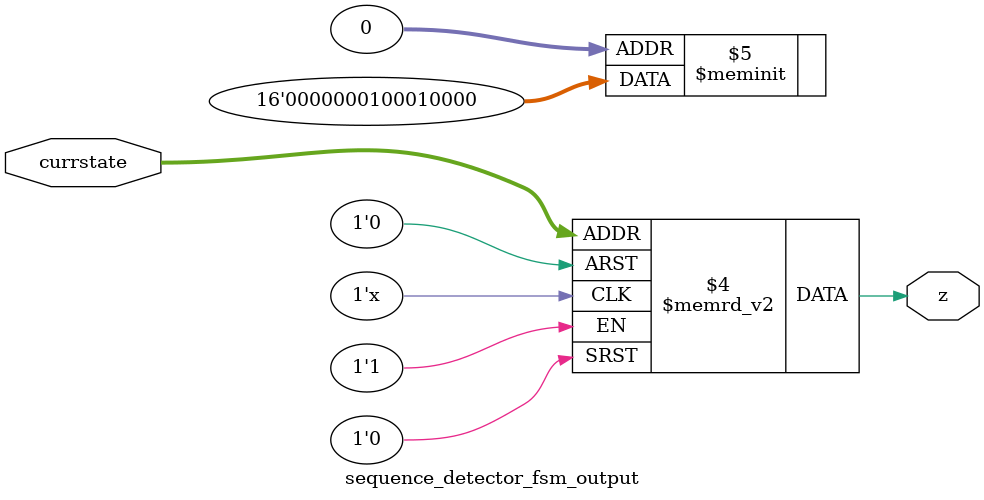
<source format=v>
module sequence_detector_fsm_output(currstate, z);
	parameter [3:0] A = 4'b0000, // Reset state.
	                B = 4'b0001, // 0
	                C = 4'b0010, // 00
	                D = 4'b0011, // 000
	                E = 4'b0100, // 0000! Output success!
	                F = 4'b0101, // 1
	                G = 4'b0110, // 11
	                H = 4'b0111, // 111
	                I = 4'b1000; // 1111! Output success!
	input [3:0] currstate;
	output reg  z;
	always @(currstate) begin
		case (currstate)
			// Reset state.
			A: z <= 1'b0;
			// 0000.
			B: z <= 1'b0;
			C: z <= 1'b0;
			D: z <= 1'b0;
			E: z <= 1'b1;
			// 1111.
			F: z <= 1'b0;
			G: z <= 1'b0;
			H: z <= 1'b0;
			I: z <= 1'b1; 
			// Don't cares.
			default: z <= 1'b0;
		endcase
	end
endmodule
</source>
